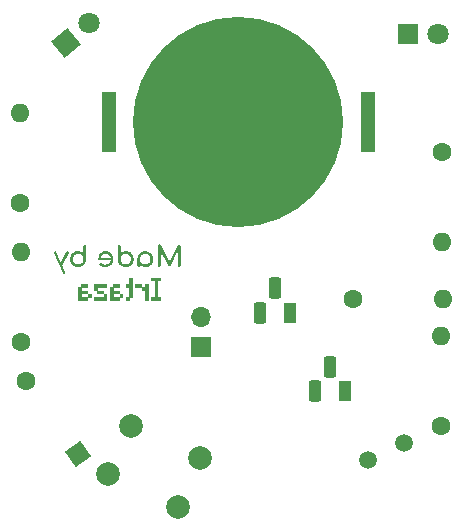
<source format=gbs>
G04 #@! TF.GenerationSoftware,KiCad,Pcbnew,8.0.5*
G04 #@! TF.CreationDate,2025-05-25T21:59:44+05:00*
G04 #@! TF.ProjectId,Wings_Of_Freedom,57696e67-735f-44f6-965f-46726565646f,rev?*
G04 #@! TF.SameCoordinates,Original*
G04 #@! TF.FileFunction,Soldermask,Bot*
G04 #@! TF.FilePolarity,Negative*
%FSLAX46Y46*%
G04 Gerber Fmt 4.6, Leading zero omitted, Abs format (unit mm)*
G04 Created by KiCad (PCBNEW 8.0.5) date 2025-05-25 21:59:44*
%MOMM*%
%LPD*%
G01*
G04 APERTURE LIST*
G04 Aperture macros list*
%AMRoundRect*
0 Rectangle with rounded corners*
0 $1 Rounding radius*
0 $2 $3 $4 $5 $6 $7 $8 $9 X,Y pos of 4 corners*
0 Add a 4 corners polygon primitive as box body*
4,1,4,$2,$3,$4,$5,$6,$7,$8,$9,$2,$3,0*
0 Add four circle primitives for the rounded corners*
1,1,$1+$1,$2,$3*
1,1,$1+$1,$4,$5*
1,1,$1+$1,$6,$7*
1,1,$1+$1,$8,$9*
0 Add four rect primitives between the rounded corners*
20,1,$1+$1,$2,$3,$4,$5,0*
20,1,$1+$1,$4,$5,$6,$7,0*
20,1,$1+$1,$6,$7,$8,$9,0*
20,1,$1+$1,$8,$9,$2,$3,0*%
%AMHorizOval*
0 Thick line with rounded ends*
0 $1 width*
0 $2 $3 position (X,Y) of the first rounded end (center of the circle)*
0 $4 $5 position (X,Y) of the second rounded end (center of the circle)*
0 Add line between two ends*
20,1,$1,$2,$3,$4,$5,0*
0 Add two circle primitives to create the rounded ends*
1,1,$1,$2,$3*
1,1,$1,$4,$5*%
%AMRotRect*
0 Rectangle, with rotation*
0 The origin of the aperture is its center*
0 $1 length*
0 $2 width*
0 $3 Rotation angle, in degrees counterclockwise*
0 Add horizontal line*
21,1,$1,$2,0,0,$3*%
G04 Aperture macros list end*
%ADD10C,0.300000*%
%ADD11R,1.270000X5.080000*%
%ADD12C,17.800000*%
%ADD13C,1.600000*%
%ADD14O,1.600000X1.600000*%
%ADD15R,1.700000X1.700000*%
%ADD16O,1.700000X1.700000*%
%ADD17R,1.100000X1.800000*%
%ADD18RoundRect,0.275000X0.275000X0.625000X-0.275000X0.625000X-0.275000X-0.625000X0.275000X-0.625000X0*%
%ADD19RotRect,1.600000X1.600000X125.000000*%
%ADD20HorizOval,1.600000X0.000000X0.000000X0.000000X0.000000X0*%
%ADD21R,1.800000X1.800000*%
%ADD22C,1.800000*%
%ADD23RotRect,1.800000X1.800000X40.000000*%
%ADD24C,1.500000*%
%ADD25C,2.000000*%
G04 APERTURE END LIST*
D10*
G36*
X195323377Y-86175000D02*
G01*
X196183112Y-86175000D01*
X196183112Y-85862369D01*
X195909560Y-85862369D01*
X195909560Y-84533688D01*
X196183112Y-84533688D01*
X196183112Y-84221057D01*
X195323377Y-84221057D01*
X195323377Y-84533688D01*
X195601203Y-84533688D01*
X195601203Y-85862369D01*
X195323377Y-85862369D01*
X195323377Y-86175000D01*
G37*
G36*
X193972714Y-85080792D02*
G01*
X194519818Y-85080792D01*
X194519818Y-85354344D01*
X194797644Y-85354344D01*
X194797644Y-86175000D01*
X195106001Y-86175000D01*
X195106001Y-84768161D01*
X194797644Y-84768161D01*
X194797644Y-85041713D01*
X194558897Y-85041713D01*
X194558897Y-84768161D01*
X193972714Y-84768161D01*
X193972714Y-85080792D01*
G37*
G36*
X193178314Y-86175000D02*
G01*
X193486670Y-86175000D01*
X193486670Y-85901448D01*
X193760222Y-85901448D01*
X193760222Y-84221057D01*
X193451866Y-84221057D01*
X193451866Y-84768161D01*
X193178314Y-84768161D01*
X193178314Y-85080792D01*
X193451866Y-85080792D01*
X193451866Y-85862369D01*
X193178314Y-85862369D01*
X193178314Y-86175000D01*
G37*
G36*
X192680669Y-85080792D02*
G01*
X192133565Y-85080792D01*
X192133565Y-85315265D01*
X192680669Y-85315265D01*
X192680669Y-85588817D01*
X192954221Y-85588817D01*
X192954221Y-85901448D01*
X192680669Y-85901448D01*
X192680669Y-86175000D01*
X191825208Y-86175000D01*
X191825208Y-85862369D01*
X192133565Y-85862369D01*
X192645864Y-85862369D01*
X192645864Y-85627896D01*
X192133565Y-85627896D01*
X192133565Y-85862369D01*
X191825208Y-85862369D01*
X191825208Y-85041713D01*
X192094486Y-85041713D01*
X192094486Y-84768161D01*
X192680669Y-84768161D01*
X192680669Y-85080792D01*
G37*
G36*
X190479430Y-86175000D02*
G01*
X191608443Y-86175000D01*
X191608443Y-85588817D01*
X191334891Y-85588817D01*
X191334891Y-85315265D01*
X190787787Y-85315265D01*
X190787787Y-85080792D01*
X191608443Y-85080792D01*
X191608443Y-84768161D01*
X190479430Y-84768161D01*
X190479430Y-85354344D01*
X190748708Y-85354344D01*
X190748708Y-85627896D01*
X191300086Y-85627896D01*
X191300086Y-85862369D01*
X190479430Y-85862369D01*
X190479430Y-86175000D01*
G37*
G36*
X189989113Y-85080792D02*
G01*
X189442009Y-85080792D01*
X189442009Y-85315265D01*
X189989113Y-85315265D01*
X189989113Y-85588817D01*
X190262665Y-85588817D01*
X190262665Y-85901448D01*
X189989113Y-85901448D01*
X189989113Y-86175000D01*
X189133652Y-86175000D01*
X189133652Y-85862369D01*
X189442009Y-85862369D01*
X189954308Y-85862369D01*
X189954308Y-85627896D01*
X189442009Y-85627896D01*
X189442009Y-85862369D01*
X189133652Y-85862369D01*
X189133652Y-85041713D01*
X189402930Y-85041713D01*
X189402930Y-84768161D01*
X189989113Y-84768161D01*
X189989113Y-85080792D01*
G37*
G36*
X197670977Y-83302501D02*
G01*
X197752135Y-83274357D01*
X197761591Y-83265742D01*
X197798027Y-83185076D01*
X197798350Y-83175128D01*
X197798350Y-81516291D01*
X197770207Y-81434012D01*
X197761591Y-81424823D01*
X197680925Y-81389234D01*
X197670977Y-81388919D01*
X197589212Y-81418555D01*
X197558137Y-81457734D01*
X196791337Y-82993900D01*
X196869555Y-82993900D01*
X196122417Y-81457734D01*
X196059906Y-81398596D01*
X196009576Y-81388919D01*
X195928419Y-81416408D01*
X195918962Y-81424823D01*
X195882778Y-81502614D01*
X195882204Y-81516291D01*
X195882204Y-83175128D01*
X195911329Y-83256285D01*
X195920245Y-83265742D01*
X196000076Y-83302177D01*
X196009576Y-83302501D01*
X196091154Y-83274357D01*
X196100618Y-83265742D01*
X196137053Y-83185076D01*
X196137377Y-83175128D01*
X196137377Y-81869345D01*
X196088223Y-81856949D01*
X196730215Y-83165297D01*
X196796412Y-83221458D01*
X196840491Y-83228983D01*
X196924273Y-83199264D01*
X196958032Y-83152902D01*
X197592331Y-81881312D01*
X197543605Y-81869345D01*
X197543605Y-83175128D01*
X197571748Y-83256285D01*
X197580363Y-83265742D01*
X197661030Y-83302177D01*
X197670977Y-83302501D01*
G37*
G36*
X194902946Y-81958276D02*
G01*
X194991343Y-81975025D01*
X195074985Y-82002942D01*
X195153872Y-82042024D01*
X195226427Y-82090751D01*
X195291075Y-82147598D01*
X195347816Y-82212567D01*
X195396649Y-82285656D01*
X195435732Y-82365264D01*
X195463648Y-82449788D01*
X195480398Y-82539226D01*
X195485981Y-82633580D01*
X195480852Y-82727854D01*
X195465464Y-82817053D01*
X195439819Y-82901175D01*
X195403915Y-82980222D01*
X195376809Y-83026496D01*
X195320654Y-83102005D01*
X195255033Y-83167506D01*
X195179945Y-83222999D01*
X195125278Y-83253358D01*
X195038431Y-83287119D01*
X194945769Y-83306748D01*
X194858521Y-83312331D01*
X194803586Y-83310150D01*
X194709226Y-83295233D01*
X194620681Y-83266182D01*
X194537952Y-83222999D01*
X194494945Y-83193405D01*
X194424947Y-83132352D01*
X194385789Y-83086331D01*
X194385789Y-83179830D01*
X194385477Y-83189842D01*
X194350313Y-83269589D01*
X194343499Y-83275929D01*
X194260981Y-83305065D01*
X194251044Y-83304753D01*
X194171649Y-83269589D01*
X194165233Y-83262772D01*
X194135745Y-83179830D01*
X194135745Y-82633580D01*
X194375958Y-82633580D01*
X194379484Y-82696946D01*
X194397997Y-82785984D01*
X194432378Y-82867809D01*
X194454993Y-82905226D01*
X194513993Y-82975778D01*
X194586679Y-83031940D01*
X194637329Y-83058120D01*
X194719715Y-83083365D01*
X194809795Y-83091780D01*
X194869474Y-83088040D01*
X194953583Y-83068405D01*
X195031201Y-83031940D01*
X195072600Y-83003488D01*
X195138958Y-82939577D01*
X195188066Y-82867809D01*
X195215959Y-82807117D01*
X195238950Y-82719882D01*
X195245768Y-82633580D01*
X195242162Y-82569280D01*
X195223228Y-82479340D01*
X195188066Y-82397214D01*
X195160837Y-82353714D01*
X195099742Y-82284214D01*
X195031201Y-82233083D01*
X194980177Y-82206903D01*
X194898231Y-82181659D01*
X194809795Y-82173244D01*
X194756313Y-82176107D01*
X194670721Y-82194339D01*
X194586679Y-82233083D01*
X194545840Y-82261390D01*
X194480524Y-82325247D01*
X194432378Y-82397214D01*
X194405105Y-82458076D01*
X194382625Y-82546062D01*
X194375958Y-82633580D01*
X194135745Y-82633580D01*
X194141355Y-82539226D01*
X194158185Y-82449788D01*
X194186235Y-82365264D01*
X194225505Y-82285656D01*
X194274071Y-82212567D01*
X194330437Y-82147598D01*
X194394605Y-82090751D01*
X194466572Y-82042024D01*
X194544925Y-82002942D01*
X194628246Y-81975025D01*
X194716536Y-81958276D01*
X194809795Y-81952692D01*
X194902946Y-81958276D01*
G37*
G36*
X192617637Y-81389223D02*
G01*
X192697033Y-81423540D01*
X192705348Y-81432436D01*
X192732509Y-81514154D01*
X192732509Y-82175381D01*
X192788442Y-82115441D01*
X192858838Y-82059150D01*
X192938528Y-82012959D01*
X192946190Y-82009251D01*
X193033336Y-81976234D01*
X193117118Y-81958578D01*
X193205241Y-81952692D01*
X193260310Y-81954873D01*
X193354910Y-81969791D01*
X193443695Y-81998841D01*
X193526665Y-82042024D01*
X193569549Y-82071506D01*
X193639378Y-82132461D01*
X193699740Y-82203560D01*
X193750635Y-82284802D01*
X193786539Y-82363822D01*
X193812185Y-82447864D01*
X193827572Y-82536929D01*
X193832701Y-82631016D01*
X193827118Y-82725370D01*
X193810368Y-82814809D01*
X193782452Y-82899332D01*
X193743369Y-82978940D01*
X193694536Y-83052056D01*
X193637795Y-83117105D01*
X193573147Y-83174086D01*
X193500592Y-83222999D01*
X193421705Y-83262082D01*
X193338063Y-83289998D01*
X193249667Y-83306748D01*
X193156515Y-83312331D01*
X193063256Y-83306748D01*
X192974966Y-83289998D01*
X192891645Y-83262082D01*
X192813292Y-83222999D01*
X192741325Y-83174086D01*
X192677158Y-83117105D01*
X192620791Y-83052056D01*
X192572225Y-82978940D01*
X192532955Y-82899332D01*
X192504905Y-82814809D01*
X192488075Y-82725370D01*
X192482465Y-82631016D01*
X192722678Y-82631016D01*
X192726205Y-82694462D01*
X192744717Y-82783920D01*
X192779098Y-82866527D01*
X192801714Y-82904379D01*
X192860714Y-82975567D01*
X192933399Y-83031940D01*
X192984049Y-83058120D01*
X193066435Y-83083365D01*
X193156515Y-83091780D01*
X193216194Y-83088040D01*
X193300303Y-83068405D01*
X193377921Y-83031940D01*
X193419321Y-83003426D01*
X193485679Y-82939076D01*
X193534786Y-82866527D01*
X193562679Y-82805214D01*
X193585670Y-82717469D01*
X193592488Y-82631016D01*
X193588882Y-82566795D01*
X193569948Y-82477276D01*
X193534786Y-82395932D01*
X193511690Y-82358821D01*
X193451648Y-82288828D01*
X193377921Y-82233083D01*
X193326897Y-82206903D01*
X193244952Y-82181659D01*
X193156515Y-82173244D01*
X193103033Y-82176107D01*
X193017441Y-82194339D01*
X192933399Y-82233083D01*
X192892560Y-82261329D01*
X192827244Y-82324746D01*
X192779098Y-82395932D01*
X192751825Y-82456174D01*
X192729345Y-82543649D01*
X192722678Y-82631016D01*
X192482465Y-82631016D01*
X192482465Y-81514154D01*
X192482770Y-81503771D01*
X192517087Y-81423540D01*
X192525983Y-81415426D01*
X192607701Y-81388919D01*
X192617637Y-81389223D01*
G37*
G36*
X191412621Y-83312331D02*
G01*
X191499464Y-83308179D01*
X191593404Y-83293266D01*
X191681681Y-83267507D01*
X191764294Y-83230902D01*
X191774222Y-83225564D01*
X191848835Y-83177853D01*
X191914952Y-83121913D01*
X191972574Y-83057746D01*
X192021701Y-82985351D01*
X192060784Y-82905823D01*
X192088700Y-82820686D01*
X192105450Y-82729938D01*
X192111033Y-82633580D01*
X192106983Y-82547982D01*
X192092438Y-82455765D01*
X192067313Y-82369532D01*
X192031610Y-82289283D01*
X192026403Y-82279673D01*
X191980054Y-82207304D01*
X191918268Y-82135788D01*
X191846272Y-82074754D01*
X191792602Y-82039887D01*
X191715051Y-82001739D01*
X191631997Y-81974491D01*
X191543440Y-81958142D01*
X191449379Y-81952692D01*
X191357216Y-81957982D01*
X191271784Y-81973850D01*
X191183720Y-82004347D01*
X191121117Y-82037323D01*
X191049079Y-82089758D01*
X190987320Y-82152337D01*
X190935838Y-82225058D01*
X190911679Y-82269842D01*
X190876760Y-82356854D01*
X190855316Y-82440215D01*
X190842900Y-82529239D01*
X190839444Y-82611782D01*
X190871501Y-82688718D01*
X190951857Y-82719493D01*
X191939208Y-82719493D01*
X191939208Y-82523305D01*
X190959550Y-82523305D01*
X191059995Y-82592120D01*
X191067849Y-82503783D01*
X191090466Y-82416360D01*
X191108722Y-82372851D01*
X191157014Y-82295808D01*
X191220360Y-82234472D01*
X191241223Y-82219833D01*
X191323140Y-82181265D01*
X191411952Y-82164790D01*
X191449379Y-82163413D01*
X191540672Y-82170635D01*
X191629319Y-82194989D01*
X191688310Y-82224535D01*
X191756010Y-82276807D01*
X191814294Y-82347952D01*
X191839191Y-82392513D01*
X191870446Y-82476301D01*
X191887276Y-82568024D01*
X191890482Y-82633580D01*
X191883259Y-82722710D01*
X191858906Y-82812109D01*
X191829360Y-82873793D01*
X191776707Y-82946522D01*
X191711070Y-83006990D01*
X191660100Y-83040489D01*
X191574808Y-83077735D01*
X191488704Y-83096776D01*
X191412621Y-83101611D01*
X191325947Y-83092685D01*
X191257038Y-83073401D01*
X191177201Y-83038960D01*
X191128383Y-83008432D01*
X191048882Y-82980222D01*
X190974083Y-83005868D01*
X190930530Y-83081552D01*
X190930058Y-83087078D01*
X190969381Y-83162733D01*
X191043526Y-83212540D01*
X191123989Y-83251379D01*
X191176255Y-83270871D01*
X191259916Y-83294476D01*
X191348303Y-83309052D01*
X191412621Y-83312331D01*
G37*
G36*
X189689349Y-81389223D02*
G01*
X189768744Y-81423540D01*
X189777059Y-81432436D01*
X189804221Y-81514154D01*
X189804221Y-82631016D01*
X189797595Y-82725370D01*
X189780285Y-82814809D01*
X189752288Y-82899332D01*
X189713606Y-82978940D01*
X189665601Y-83052056D01*
X189609635Y-83117105D01*
X189545709Y-83174086D01*
X189473821Y-83222999D01*
X189395308Y-83262082D01*
X189311934Y-83289998D01*
X189223697Y-83306748D01*
X189130599Y-83312331D01*
X189036405Y-83306748D01*
X188947447Y-83289998D01*
X188863725Y-83262082D01*
X188785239Y-83222999D01*
X188713085Y-83174086D01*
X188648784Y-83117105D01*
X188592337Y-83052056D01*
X188543744Y-82978940D01*
X188504662Y-82899332D01*
X188476745Y-82814809D01*
X188459996Y-82725370D01*
X188454412Y-82631016D01*
X188694625Y-82631016D01*
X188698232Y-82694462D01*
X188717165Y-82783920D01*
X188752328Y-82866527D01*
X188779328Y-82910381D01*
X188834657Y-82975567D01*
X188907483Y-83031940D01*
X188958133Y-83058120D01*
X189040519Y-83083365D01*
X189130599Y-83091780D01*
X189190305Y-83088040D01*
X189274554Y-83068405D01*
X189352432Y-83031940D01*
X189393771Y-83003426D01*
X189459689Y-82939076D01*
X189508015Y-82866527D01*
X189535082Y-82805214D01*
X189557391Y-82717469D01*
X189564008Y-82631016D01*
X189560508Y-82566795D01*
X189542136Y-82477276D01*
X189508015Y-82395932D01*
X189485355Y-82358821D01*
X189425948Y-82288828D01*
X189352432Y-82233083D01*
X189301221Y-82206903D01*
X189219096Y-82181659D01*
X189130599Y-82173244D01*
X189077117Y-82176107D01*
X188991525Y-82194339D01*
X188907483Y-82233083D01*
X188866603Y-82261329D01*
X188800994Y-82324746D01*
X188752328Y-82395932D01*
X188724434Y-82456174D01*
X188701444Y-82543649D01*
X188694625Y-82631016D01*
X188454412Y-82631016D01*
X188459542Y-82536929D01*
X188474929Y-82447864D01*
X188500574Y-82363822D01*
X188536478Y-82284802D01*
X188563595Y-82238415D01*
X188619821Y-82162809D01*
X188685581Y-82097345D01*
X188760876Y-82042024D01*
X188815383Y-82011665D01*
X188901989Y-81977904D01*
X188994410Y-81958276D01*
X189081445Y-81952692D01*
X189169484Y-81958578D01*
X189261121Y-81978647D01*
X189347303Y-82012959D01*
X189419665Y-82054533D01*
X189491163Y-82109906D01*
X189554177Y-82175381D01*
X189554177Y-81514154D01*
X189554481Y-81503771D01*
X189588798Y-81423540D01*
X189597694Y-81415426D01*
X189679412Y-81388919D01*
X189689349Y-81389223D01*
G37*
G36*
X187915857Y-83890637D02*
G01*
X187974842Y-83875677D01*
X188041447Y-83817505D01*
X188036719Y-83727920D01*
X188033826Y-83721377D01*
X187286260Y-82033476D01*
X187228088Y-81969212D01*
X187138502Y-81971883D01*
X187131960Y-81974491D01*
X187063607Y-82031599D01*
X187067921Y-82122119D01*
X187070838Y-82128791D01*
X187820541Y-83814556D01*
X187874896Y-83881647D01*
X187915857Y-83890637D01*
G37*
G36*
X187626918Y-83248645D02*
G01*
X187714112Y-83252492D01*
X187777115Y-83192543D01*
X187778654Y-83189660D01*
X188339863Y-82124090D01*
X188346953Y-82037433D01*
X188345846Y-82034758D01*
X188283762Y-81973579D01*
X188280878Y-81972354D01*
X188193256Y-81968507D01*
X188130550Y-82028029D01*
X188129142Y-82030911D01*
X187592724Y-83096909D01*
X187573665Y-83180833D01*
X187574344Y-83186241D01*
X187626918Y-83248645D01*
G37*
D11*
X191715002Y-71000000D03*
X213684998Y-71000000D03*
D12*
X202700000Y-71000000D03*
D13*
X219900000Y-73590000D03*
D14*
X219900000Y-81210000D03*
D15*
X199500000Y-90075000D03*
D16*
X199500000Y-87534999D03*
D17*
X207087500Y-87176400D03*
D18*
X205817500Y-85106400D03*
X204547500Y-87176400D03*
D13*
X184249999Y-77910001D03*
D14*
X184249998Y-70290000D03*
D19*
X189085300Y-99171000D03*
D20*
X184714645Y-92929060D03*
D21*
X217075000Y-63600000D03*
D22*
X219615001Y-63600000D03*
D17*
X211740000Y-93850000D03*
D18*
X210470000Y-91780000D03*
X209199999Y-93850000D03*
D13*
X212419900Y-85979701D03*
D14*
X220039901Y-85979702D03*
D23*
X188073293Y-64319555D03*
D22*
X190019048Y-62686873D03*
D24*
X216740700Y-98231500D03*
X213659254Y-99668403D03*
D13*
X184320000Y-89640000D03*
D14*
X184319998Y-82019999D03*
D25*
X199459200Y-99512800D03*
X193568199Y-96765781D03*
X197557417Y-103591185D03*
X191666418Y-100844167D03*
D13*
X219820000Y-96760000D03*
D14*
X219819999Y-89139999D03*
M02*

</source>
